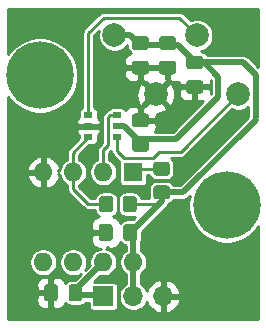
<source format=gbl>
G04 #@! TF.GenerationSoftware,KiCad,Pcbnew,(5.1.7)-1*
G04 #@! TF.CreationDate,2021-05-21T20:03:00+02:00*
G04 #@! TF.ProjectId,attinyDPS,61747469-6e79-4445-9053-2e6b69636164,rev?*
G04 #@! TF.SameCoordinates,Original*
G04 #@! TF.FileFunction,Copper,L2,Bot*
G04 #@! TF.FilePolarity,Positive*
%FSLAX46Y46*%
G04 Gerber Fmt 4.6, Leading zero omitted, Abs format (unit mm)*
G04 Created by KiCad (PCBNEW (5.1.7)-1) date 2021-05-21 20:03:00*
%MOMM*%
%LPD*%
G01*
G04 APERTURE LIST*
G04 #@! TA.AperFunction,ComponentPad*
%ADD10O,1.700000X1.700000*%
G04 #@! TD*
G04 #@! TA.AperFunction,ComponentPad*
%ADD11R,1.700000X1.700000*%
G04 #@! TD*
G04 #@! TA.AperFunction,ComponentPad*
%ADD12C,5.700000*%
G04 #@! TD*
G04 #@! TA.AperFunction,ComponentPad*
%ADD13C,2.000000*%
G04 #@! TD*
G04 #@! TA.AperFunction,ComponentPad*
%ADD14R,1.600000X1.600000*%
G04 #@! TD*
G04 #@! TA.AperFunction,ComponentPad*
%ADD15O,1.600000X1.600000*%
G04 #@! TD*
G04 #@! TA.AperFunction,SMDPad,CuDef*
%ADD16R,0.800000X0.550000*%
G04 #@! TD*
G04 #@! TA.AperFunction,Conductor*
%ADD17C,0.500000*%
G04 #@! TD*
G04 #@! TA.AperFunction,Conductor*
%ADD18C,0.250000*%
G04 #@! TD*
G04 #@! TA.AperFunction,Conductor*
%ADD19C,0.254000*%
G04 #@! TD*
G04 #@! TA.AperFunction,Conductor*
%ADD20C,0.100000*%
G04 #@! TD*
G04 APERTURE END LIST*
G04 #@! TA.AperFunction,SMDPad,CuDef*
G36*
G01*
X9300000Y10550001D02*
X9300000Y9649999D01*
G75*
G02*
X9050001Y9400000I-249999J0D01*
G01*
X8349999Y9400000D01*
G75*
G02*
X8100000Y9649999I0J249999D01*
G01*
X8100000Y10550001D01*
G75*
G02*
X8349999Y10800000I249999J0D01*
G01*
X9050001Y10800000D01*
G75*
G02*
X9300000Y10550001I0J-249999D01*
G01*
G37*
G04 #@! TD.AperFunction*
G04 #@! TA.AperFunction,SMDPad,CuDef*
G36*
G01*
X11300000Y10550001D02*
X11300000Y9649999D01*
G75*
G02*
X11050001Y9400000I-249999J0D01*
G01*
X10349999Y9400000D01*
G75*
G02*
X10100000Y9649999I0J249999D01*
G01*
X10100000Y10550001D01*
G75*
G02*
X10349999Y10800000I249999J0D01*
G01*
X11050001Y10800000D01*
G75*
G02*
X11300000Y10550001I0J-249999D01*
G01*
G37*
G04 #@! TD.AperFunction*
D10*
X13540000Y2300000D03*
X11000000Y2300000D03*
D11*
X8460000Y2300000D03*
D12*
X3100000Y21000000D03*
D13*
X9400000Y24400000D03*
X12900000Y19400000D03*
X19900000Y19400000D03*
X16400000Y24400000D03*
D12*
X18900000Y10000000D03*
D14*
X11000000Y12800000D03*
D15*
X3380000Y5180000D03*
X8460000Y12800000D03*
X5920000Y5180000D03*
X5920000Y12800000D03*
X8460000Y5180000D03*
X3380000Y12800000D03*
X11000000Y5180000D03*
D16*
X9600000Y15750000D03*
X9600000Y16700000D03*
X9600000Y17650000D03*
X7200000Y17650000D03*
X7200000Y16700000D03*
X7200000Y15750000D03*
G04 #@! TA.AperFunction,SMDPad,CuDef*
G36*
G01*
X13850001Y12500000D02*
X12949999Y12500000D01*
G75*
G02*
X12700000Y12749999I0J249999D01*
G01*
X12700000Y13450001D01*
G75*
G02*
X12949999Y13700000I249999J0D01*
G01*
X13850001Y13700000D01*
G75*
G02*
X14100000Y13450001I0J-249999D01*
G01*
X14100000Y12749999D01*
G75*
G02*
X13850001Y12500000I-249999J0D01*
G01*
G37*
G04 #@! TD.AperFunction*
G04 #@! TA.AperFunction,SMDPad,CuDef*
G36*
G01*
X13850001Y10500000D02*
X12949999Y10500000D01*
G75*
G02*
X12700000Y10749999I0J249999D01*
G01*
X12700000Y11450001D01*
G75*
G02*
X12949999Y11700000I249999J0D01*
G01*
X13850001Y11700000D01*
G75*
G02*
X14100000Y11450001I0J-249999D01*
G01*
X14100000Y10749999D01*
G75*
G02*
X13850001Y10500000I-249999J0D01*
G01*
G37*
G04 #@! TD.AperFunction*
G04 #@! TA.AperFunction,SMDPad,CuDef*
G36*
G01*
X12075000Y16612500D02*
X11125000Y16612500D01*
G75*
G02*
X10875000Y16862500I0J250000D01*
G01*
X10875000Y17537500D01*
G75*
G02*
X11125000Y17787500I250000J0D01*
G01*
X12075000Y17787500D01*
G75*
G02*
X12325000Y17537500I0J-250000D01*
G01*
X12325000Y16862500D01*
G75*
G02*
X12075000Y16612500I-250000J0D01*
G01*
G37*
G04 #@! TD.AperFunction*
G04 #@! TA.AperFunction,SMDPad,CuDef*
G36*
G01*
X12075000Y14537500D02*
X11125000Y14537500D01*
G75*
G02*
X10875000Y14787500I0J250000D01*
G01*
X10875000Y15462500D01*
G75*
G02*
X11125000Y15712500I250000J0D01*
G01*
X12075000Y15712500D01*
G75*
G02*
X12325000Y15462500I0J-250000D01*
G01*
X12325000Y14787500D01*
G75*
G02*
X12075000Y14537500I-250000J0D01*
G01*
G37*
G04 #@! TD.AperFunction*
G04 #@! TA.AperFunction,SMDPad,CuDef*
G36*
G01*
X9250000Y8175000D02*
X9250000Y7225000D01*
G75*
G02*
X9000000Y6975000I-250000J0D01*
G01*
X8325000Y6975000D01*
G75*
G02*
X8075000Y7225000I0J250000D01*
G01*
X8075000Y8175000D01*
G75*
G02*
X8325000Y8425000I250000J0D01*
G01*
X9000000Y8425000D01*
G75*
G02*
X9250000Y8175000I0J-250000D01*
G01*
G37*
G04 #@! TD.AperFunction*
G04 #@! TA.AperFunction,SMDPad,CuDef*
G36*
G01*
X11325000Y8175000D02*
X11325000Y7225000D01*
G75*
G02*
X11075000Y6975000I-250000J0D01*
G01*
X10400000Y6975000D01*
G75*
G02*
X10150000Y7225000I0J250000D01*
G01*
X10150000Y8175000D01*
G75*
G02*
X10400000Y8425000I250000J0D01*
G01*
X11075000Y8425000D01*
G75*
G02*
X11325000Y8175000I0J-250000D01*
G01*
G37*
G04 #@! TD.AperFunction*
G04 #@! TA.AperFunction,SMDPad,CuDef*
G36*
G01*
X4612500Y3075000D02*
X4612500Y2125000D01*
G75*
G02*
X4362500Y1875000I-250000J0D01*
G01*
X3687500Y1875000D01*
G75*
G02*
X3437500Y2125000I0J250000D01*
G01*
X3437500Y3075000D01*
G75*
G02*
X3687500Y3325000I250000J0D01*
G01*
X4362500Y3325000D01*
G75*
G02*
X4612500Y3075000I0J-250000D01*
G01*
G37*
G04 #@! TD.AperFunction*
G04 #@! TA.AperFunction,SMDPad,CuDef*
G36*
G01*
X6687500Y3075000D02*
X6687500Y2125000D01*
G75*
G02*
X6437500Y1875000I-250000J0D01*
G01*
X5762500Y1875000D01*
G75*
G02*
X5512500Y2125000I0J250000D01*
G01*
X5512500Y3075000D01*
G75*
G02*
X5762500Y3325000I250000J0D01*
G01*
X6437500Y3325000D01*
G75*
G02*
X6687500Y3075000I0J-250000D01*
G01*
G37*
G04 #@! TD.AperFunction*
G04 #@! TA.AperFunction,SMDPad,CuDef*
G36*
G01*
X11125000Y22250000D02*
X12075000Y22250000D01*
G75*
G02*
X12325000Y22000000I0J-250000D01*
G01*
X12325000Y21325000D01*
G75*
G02*
X12075000Y21075000I-250000J0D01*
G01*
X11125000Y21075000D01*
G75*
G02*
X10875000Y21325000I0J250000D01*
G01*
X10875000Y22000000D01*
G75*
G02*
X11125000Y22250000I250000J0D01*
G01*
G37*
G04 #@! TD.AperFunction*
G04 #@! TA.AperFunction,SMDPad,CuDef*
G36*
G01*
X11125000Y24325000D02*
X12075000Y24325000D01*
G75*
G02*
X12325000Y24075000I0J-250000D01*
G01*
X12325000Y23400000D01*
G75*
G02*
X12075000Y23150000I-250000J0D01*
G01*
X11125000Y23150000D01*
G75*
G02*
X10875000Y23400000I0J250000D01*
G01*
X10875000Y24075000D01*
G75*
G02*
X11125000Y24325000I250000J0D01*
G01*
G37*
G04 #@! TD.AperFunction*
G04 #@! TA.AperFunction,SMDPad,CuDef*
G36*
G01*
X13425000Y22250000D02*
X14375000Y22250000D01*
G75*
G02*
X14625000Y22000000I0J-250000D01*
G01*
X14625000Y21325000D01*
G75*
G02*
X14375000Y21075000I-250000J0D01*
G01*
X13425000Y21075000D01*
G75*
G02*
X13175000Y21325000I0J250000D01*
G01*
X13175000Y22000000D01*
G75*
G02*
X13425000Y22250000I250000J0D01*
G01*
G37*
G04 #@! TD.AperFunction*
G04 #@! TA.AperFunction,SMDPad,CuDef*
G36*
G01*
X13425000Y24325000D02*
X14375000Y24325000D01*
G75*
G02*
X14625000Y24075000I0J-250000D01*
G01*
X14625000Y23400000D01*
G75*
G02*
X14375000Y23150000I-250000J0D01*
G01*
X13425000Y23150000D01*
G75*
G02*
X13175000Y23400000I0J250000D01*
G01*
X13175000Y24075000D01*
G75*
G02*
X13425000Y24325000I250000J0D01*
G01*
G37*
G04 #@! TD.AperFunction*
G04 #@! TA.AperFunction,SMDPad,CuDef*
G36*
G01*
X15725000Y20612500D02*
X16675000Y20612500D01*
G75*
G02*
X16925000Y20362500I0J-250000D01*
G01*
X16925000Y19687500D01*
G75*
G02*
X16675000Y19437500I-250000J0D01*
G01*
X15725000Y19437500D01*
G75*
G02*
X15475000Y19687500I0J250000D01*
G01*
X15475000Y20362500D01*
G75*
G02*
X15725000Y20612500I250000J0D01*
G01*
G37*
G04 #@! TD.AperFunction*
G04 #@! TA.AperFunction,SMDPad,CuDef*
G36*
G01*
X15725000Y22687500D02*
X16675000Y22687500D01*
G75*
G02*
X16925000Y22437500I0J-250000D01*
G01*
X16925000Y21762500D01*
G75*
G02*
X16675000Y21512500I-250000J0D01*
G01*
X15725000Y21512500D01*
G75*
G02*
X15475000Y21762500I0J250000D01*
G01*
X15475000Y22437500D01*
G75*
G02*
X15725000Y22687500I250000J0D01*
G01*
G37*
G04 #@! TD.AperFunction*
D17*
X12900000Y19400000D02*
X11900000Y18400000D01*
X11000000Y7100000D02*
X10700000Y7400000D01*
X11000000Y5180000D02*
X11000000Y7100000D01*
X9400000Y24400000D02*
X10600000Y24400000D01*
X13400000Y10362500D02*
X10737500Y7700000D01*
X13400000Y11100000D02*
X13400000Y10362500D01*
X13900000Y23400000D02*
X14200000Y23400000D01*
X16200000Y22100000D02*
X17000000Y22100000D01*
X14600000Y15600000D02*
X11600000Y15600000D01*
X18200000Y19200000D02*
X14600000Y15600000D01*
X18200000Y20900000D02*
X18200000Y19200000D01*
X17000000Y22100000D02*
X18200000Y20900000D01*
X21350001Y21049999D02*
X21350001Y17450001D01*
X15200000Y11100000D02*
X13400000Y11100000D01*
X21350001Y17250001D02*
X15200000Y11100000D01*
X20300000Y22100000D02*
X21350001Y21049999D01*
X17000000Y22100000D02*
X20300000Y22100000D01*
X11600000Y15600000D02*
X11300000Y15600000D01*
X10200000Y16700000D02*
X9600000Y16700000D01*
X11300000Y15600000D02*
X10200000Y16700000D01*
X10737500Y24400000D02*
X11600000Y23537500D01*
X9400000Y24400000D02*
X10737500Y24400000D01*
X11600000Y23537500D02*
X13900000Y23537500D01*
X14762500Y23537500D02*
X16200000Y22100000D01*
X13900000Y23537500D02*
X14762500Y23537500D01*
X11000000Y5180000D02*
X11000000Y2400000D01*
D18*
X13137500Y10100000D02*
X13400000Y10362500D01*
X10700000Y10100000D02*
X13137500Y10100000D01*
D17*
X6300000Y2400000D02*
X6100000Y2600000D01*
X8460000Y2400000D02*
X6300000Y2400000D01*
X6100000Y2600000D02*
X6100000Y3020000D01*
X6100000Y2820000D02*
X8460000Y5180000D01*
X6100000Y2600000D02*
X6100000Y2820000D01*
D18*
X15000000Y14500000D02*
X19900000Y19400000D01*
X13186810Y14500000D02*
X15000000Y14500000D01*
X12686810Y14000000D02*
X13186810Y14500000D01*
X10200000Y14000000D02*
X12686810Y14000000D01*
X9600000Y14600000D02*
X10200000Y14000000D01*
X9600000Y15750000D02*
X9600000Y14600000D01*
X8500000Y25900000D02*
X7200000Y24600000D01*
X7200000Y24600000D02*
X7200000Y17650000D01*
X14900000Y25900000D02*
X8500000Y25900000D01*
X16400000Y24400000D02*
X14900000Y25900000D01*
X11300000Y13100000D02*
X11000000Y12800000D01*
X13400000Y13100000D02*
X11300000Y13100000D01*
X5920000Y14470000D02*
X7200000Y15750000D01*
X5920000Y14470000D02*
X5920000Y12800000D01*
X8700000Y10100000D02*
X7200000Y10100000D01*
X5920000Y11380000D02*
X5920000Y12800000D01*
X7200000Y10100000D02*
X5920000Y11380000D01*
X8874999Y17474999D02*
X9050000Y17650000D01*
X9050000Y17650000D02*
X9600000Y17650000D01*
X8874999Y15074999D02*
X8874999Y17474999D01*
X8460000Y14660000D02*
X8874999Y15074999D01*
X8460000Y14660000D02*
X8460000Y12800000D01*
D19*
X21594001Y21698368D02*
X20768105Y22524263D01*
X20748343Y22548343D01*
X20652261Y22627196D01*
X20542642Y22685789D01*
X20423698Y22721870D01*
X20330998Y22731000D01*
X20330990Y22731000D01*
X20300000Y22734052D01*
X20269010Y22731000D01*
X17232239Y22731000D01*
X17201190Y22789089D01*
X17122488Y22884988D01*
X17026589Y22963690D01*
X16917179Y23022171D01*
X16798462Y23058183D01*
X16754681Y23062495D01*
X16802823Y23072071D01*
X17054149Y23176174D01*
X17280336Y23327307D01*
X17472693Y23519664D01*
X17623826Y23745851D01*
X17727929Y23997177D01*
X17781000Y24263983D01*
X17781000Y24536017D01*
X17727929Y24802823D01*
X17623826Y25054149D01*
X17472693Y25280336D01*
X17280336Y25472693D01*
X17054149Y25623826D01*
X16802823Y25727929D01*
X16536017Y25781000D01*
X16263983Y25781000D01*
X15997177Y25727929D01*
X15849028Y25666563D01*
X15275376Y26240215D01*
X15259527Y26259527D01*
X15182479Y26322759D01*
X15094575Y26369745D01*
X14999193Y26398678D01*
X14924854Y26406000D01*
X14924846Y26406000D01*
X14900000Y26408447D01*
X14875154Y26406000D01*
X8524854Y26406000D01*
X8500000Y26408448D01*
X8475146Y26406000D01*
X8400807Y26398678D01*
X8305425Y26369745D01*
X8217521Y26322759D01*
X8140473Y26259527D01*
X8124628Y26240220D01*
X6859785Y24975376D01*
X6840473Y24959527D01*
X6777241Y24882479D01*
X6730255Y24794574D01*
X6701322Y24699192D01*
X6694000Y24624853D01*
X6694000Y24624846D01*
X6691553Y24600000D01*
X6694000Y24575154D01*
X6694001Y18290989D01*
X6653492Y18278701D01*
X6587304Y18243322D01*
X6529289Y18195711D01*
X6481678Y18137696D01*
X6446299Y18071508D01*
X6424513Y17999689D01*
X6417157Y17925000D01*
X6417157Y17482046D01*
X6352207Y17429552D01*
X6272133Y17333458D01*
X6212344Y17223589D01*
X6175138Y17104166D01*
X6165000Y16985750D01*
X6323750Y16827000D01*
X7073000Y16827000D01*
X7073000Y16847000D01*
X7327000Y16847000D01*
X7327000Y16827000D01*
X8076250Y16827000D01*
X8235000Y16985750D01*
X8224862Y17104166D01*
X8187656Y17223589D01*
X8127867Y17333458D01*
X8047793Y17429552D01*
X7982843Y17482046D01*
X7982843Y17925000D01*
X7975487Y17999689D01*
X7953701Y18071508D01*
X7918322Y18137696D01*
X7870711Y18195711D01*
X7812696Y18243322D01*
X7746508Y18278701D01*
X7706000Y18290989D01*
X7706000Y19337405D01*
X11258282Y19337405D01*
X11302039Y19018325D01*
X11407205Y18713912D01*
X11500186Y18539956D01*
X11764585Y18444193D01*
X11648917Y18328525D01*
X11727000Y18250442D01*
X11727000Y17327000D01*
X12801250Y17327000D01*
X12960000Y17485750D01*
X12962775Y17758307D01*
X13281675Y17802039D01*
X13586088Y17907205D01*
X13760044Y18000186D01*
X13855808Y18264587D01*
X12900000Y19220395D01*
X12885858Y19206253D01*
X12706253Y19385858D01*
X12720395Y19400000D01*
X13079605Y19400000D01*
X14035413Y18444192D01*
X14299814Y18539956D01*
X14440704Y18829571D01*
X14522384Y19141108D01*
X14540208Y19437500D01*
X14836928Y19437500D01*
X14849188Y19313018D01*
X14885498Y19193320D01*
X14944463Y19083006D01*
X15023815Y18986315D01*
X15120506Y18906963D01*
X15230820Y18847998D01*
X15350518Y18811688D01*
X15475000Y18799428D01*
X15914250Y18802500D01*
X16073000Y18961250D01*
X16073000Y19898000D01*
X14998750Y19898000D01*
X14840000Y19739250D01*
X14836928Y19437500D01*
X14540208Y19437500D01*
X14541718Y19462595D01*
X14497961Y19781675D01*
X14392795Y20086088D01*
X14299814Y20260044D01*
X14035413Y20355808D01*
X13079605Y19400000D01*
X12720395Y19400000D01*
X11764587Y20355808D01*
X11500186Y20260044D01*
X11359296Y19970429D01*
X11277616Y19658892D01*
X11258282Y19337405D01*
X7706000Y19337405D01*
X7706000Y21075000D01*
X10236928Y21075000D01*
X10249188Y20950518D01*
X10285498Y20830820D01*
X10344463Y20720506D01*
X10423815Y20623815D01*
X10520506Y20544463D01*
X10630820Y20485498D01*
X10750518Y20449188D01*
X10875000Y20436928D01*
X11314250Y20440000D01*
X11473000Y20598750D01*
X11473000Y21535500D01*
X11727000Y21535500D01*
X11727000Y20598750D01*
X11885750Y20440000D01*
X12040689Y20438916D01*
X12900000Y19579605D01*
X13855808Y20535413D01*
X13773000Y20764043D01*
X13773000Y21535500D01*
X11727000Y21535500D01*
X11473000Y21535500D01*
X10398750Y21535500D01*
X10240000Y21376750D01*
X10236928Y21075000D01*
X7706000Y21075000D01*
X7706000Y24390409D01*
X8060564Y24744972D01*
X8019000Y24536017D01*
X8019000Y24263983D01*
X8072071Y23997177D01*
X8176174Y23745851D01*
X8327307Y23519664D01*
X8519664Y23327307D01*
X8745851Y23176174D01*
X8997177Y23072071D01*
X9263983Y23019000D01*
X9536017Y23019000D01*
X9802823Y23072071D01*
X10054149Y23176174D01*
X10280336Y23327307D01*
X10472693Y23519664D01*
X10492157Y23548794D01*
X10492157Y23400000D01*
X10504317Y23276538D01*
X10540329Y23157821D01*
X10598810Y23048411D01*
X10677512Y22952512D01*
X10768780Y22877611D01*
X10750518Y22875812D01*
X10630820Y22839502D01*
X10520506Y22780537D01*
X10423815Y22701185D01*
X10344463Y22604494D01*
X10285498Y22494180D01*
X10249188Y22374482D01*
X10236928Y22250000D01*
X10240000Y21948250D01*
X10398750Y21789500D01*
X11473000Y21789500D01*
X11473000Y21809500D01*
X11727000Y21809500D01*
X11727000Y21789500D01*
X13773000Y21789500D01*
X13773000Y21809500D01*
X14027000Y21809500D01*
X14027000Y21789500D01*
X14047000Y21789500D01*
X14047000Y21535500D01*
X14027000Y21535500D01*
X14027000Y20598750D01*
X14185750Y20440000D01*
X14625000Y20436928D01*
X14749482Y20449188D01*
X14838316Y20476136D01*
X14840000Y20310750D01*
X14998750Y20152000D01*
X16073000Y20152000D01*
X16073000Y20172000D01*
X16327000Y20172000D01*
X16327000Y20152000D01*
X17401250Y20152000D01*
X17560000Y20310750D01*
X17563072Y20612500D01*
X17559570Y20648062D01*
X17569000Y20638631D01*
X17569001Y19461370D01*
X17562891Y19455260D01*
X17560000Y19739250D01*
X17401250Y19898000D01*
X16327000Y19898000D01*
X16327000Y18961250D01*
X16485750Y18802500D01*
X16907184Y18799553D01*
X14338632Y16231000D01*
X12833374Y16231000D01*
X12855537Y16258006D01*
X12914502Y16368320D01*
X12950812Y16488018D01*
X12963072Y16612500D01*
X12960000Y16914250D01*
X12801250Y17073000D01*
X11727000Y17073000D01*
X11727000Y17053000D01*
X11473000Y17053000D01*
X11473000Y17073000D01*
X11453000Y17073000D01*
X11453000Y17327000D01*
X11473000Y17327000D01*
X11473000Y18263750D01*
X11314250Y18422500D01*
X10875000Y18425572D01*
X10750518Y18413312D01*
X10630820Y18377002D01*
X10520506Y18318037D01*
X10423815Y18238685D01*
X10344463Y18141994D01*
X10330244Y18115392D01*
X10318322Y18137696D01*
X10270711Y18195711D01*
X10212696Y18243322D01*
X10146508Y18278701D01*
X10074689Y18300487D01*
X10000000Y18307843D01*
X9200000Y18307843D01*
X9125311Y18300487D01*
X9053492Y18278701D01*
X8987304Y18243322D01*
X8929289Y18195711D01*
X8881678Y18137696D01*
X8875306Y18125776D01*
X8855425Y18119745D01*
X8767521Y18072759D01*
X8690473Y18009527D01*
X8674624Y17990215D01*
X8534780Y17850371D01*
X8515473Y17834526D01*
X8452241Y17757478D01*
X8447813Y17749193D01*
X8405254Y17669573D01*
X8376321Y17574191D01*
X8366552Y17474999D01*
X8369000Y17450143D01*
X8368999Y15284591D01*
X8119785Y15035376D01*
X8100473Y15019527D01*
X8037241Y14942479D01*
X7990255Y14854574D01*
X7961322Y14759192D01*
X7954000Y14684853D01*
X7954000Y14684846D01*
X7951553Y14660000D01*
X7954000Y14635154D01*
X7954000Y13868713D01*
X7900587Y13846588D01*
X7707157Y13717342D01*
X7542658Y13552843D01*
X7413412Y13359413D01*
X7324386Y13144485D01*
X7279000Y12916318D01*
X7279000Y12683682D01*
X7324386Y12455515D01*
X7413412Y12240587D01*
X7542658Y12047157D01*
X7707157Y11882658D01*
X7900587Y11753412D01*
X8115515Y11664386D01*
X8343682Y11619000D01*
X8576318Y11619000D01*
X8804485Y11664386D01*
X9019413Y11753412D01*
X9212843Y11882658D01*
X9377342Y12047157D01*
X9506588Y12240587D01*
X9595614Y12455515D01*
X9641000Y12683682D01*
X9641000Y12916318D01*
X9595614Y13144485D01*
X9506588Y13359413D01*
X9377342Y13552843D01*
X9212843Y13717342D01*
X9019413Y13846588D01*
X8966000Y13868712D01*
X8966000Y14450409D01*
X9093708Y14578117D01*
X9101322Y14500808D01*
X9130255Y14405426D01*
X9148759Y14370808D01*
X9177242Y14317521D01*
X9240474Y14240473D01*
X9259780Y14224629D01*
X9823187Y13661221D01*
X9817157Y13600000D01*
X9817157Y12000000D01*
X9824513Y11925311D01*
X9846299Y11853492D01*
X9881678Y11787304D01*
X9929289Y11729289D01*
X9987304Y11681678D01*
X10053492Y11646299D01*
X10125311Y11624513D01*
X10200000Y11617157D01*
X11800000Y11617157D01*
X11874689Y11624513D01*
X11946508Y11646299D01*
X12012696Y11681678D01*
X12070711Y11729289D01*
X12118322Y11787304D01*
X12153701Y11853492D01*
X12175487Y11925311D01*
X12182843Y12000000D01*
X12182843Y12594000D01*
X12339187Y12594000D01*
X12365329Y12507821D01*
X12423810Y12398411D01*
X12502512Y12302512D01*
X12598411Y12223810D01*
X12707821Y12165329D01*
X12826538Y12129317D01*
X12949999Y12117157D01*
X13850001Y12117157D01*
X13973462Y12129317D01*
X14092179Y12165329D01*
X14201589Y12223810D01*
X14297488Y12302512D01*
X14376190Y12398411D01*
X14434671Y12507821D01*
X14470683Y12626538D01*
X14482843Y12749999D01*
X14482843Y13450001D01*
X14470683Y13573462D01*
X14434671Y13692179D01*
X14376190Y13801589D01*
X14297488Y13897488D01*
X14201589Y13976190D01*
X14168269Y13994000D01*
X14975154Y13994000D01*
X15000000Y13991553D01*
X15024846Y13994000D01*
X15024854Y13994000D01*
X15099193Y14001322D01*
X15194575Y14030255D01*
X15282479Y14077241D01*
X15359527Y14140473D01*
X15375376Y14159785D01*
X19349028Y18133436D01*
X19497177Y18072071D01*
X19763983Y18019000D01*
X20036017Y18019000D01*
X20302823Y18072071D01*
X20554149Y18176174D01*
X20719002Y18286325D01*
X20719002Y17511371D01*
X14938632Y11731000D01*
X14413921Y11731000D01*
X14376190Y11801589D01*
X14297488Y11897488D01*
X14201589Y11976190D01*
X14092179Y12034671D01*
X13973462Y12070683D01*
X13850001Y12082843D01*
X12949999Y12082843D01*
X12826538Y12070683D01*
X12707821Y12034671D01*
X12598411Y11976190D01*
X12502512Y11897488D01*
X12423810Y11801589D01*
X12365329Y11692179D01*
X12329317Y11573462D01*
X12317157Y11450001D01*
X12317157Y10749999D01*
X12329317Y10626538D01*
X12335547Y10606000D01*
X11677328Y10606000D01*
X11670683Y10673462D01*
X11634671Y10792179D01*
X11576190Y10901589D01*
X11497488Y10997488D01*
X11401589Y11076190D01*
X11292179Y11134671D01*
X11173462Y11170683D01*
X11050001Y11182843D01*
X10349999Y11182843D01*
X10226538Y11170683D01*
X10107821Y11134671D01*
X9998411Y11076190D01*
X9902512Y10997488D01*
X9823810Y10901589D01*
X9765329Y10792179D01*
X9729317Y10673462D01*
X9717157Y10550001D01*
X9717157Y9649999D01*
X9729317Y9526538D01*
X9765329Y9407821D01*
X9823810Y9298411D01*
X9902512Y9202512D01*
X9998411Y9123810D01*
X10107821Y9065329D01*
X10226538Y9029317D01*
X10349999Y9017157D01*
X11050001Y9017157D01*
X11173462Y9029317D01*
X11174878Y9029747D01*
X10952975Y8807843D01*
X10400000Y8807843D01*
X10276538Y8795683D01*
X10157821Y8759671D01*
X10048411Y8701190D01*
X9952512Y8622488D01*
X9877611Y8531220D01*
X9875812Y8549482D01*
X9839502Y8669180D01*
X9780537Y8779494D01*
X9701185Y8876185D01*
X9604494Y8955537D01*
X9494180Y9014502D01*
X9374482Y9050812D01*
X9276224Y9060489D01*
X9292179Y9065329D01*
X9401589Y9123810D01*
X9497488Y9202512D01*
X9576190Y9298411D01*
X9634671Y9407821D01*
X9670683Y9526538D01*
X9682843Y9649999D01*
X9682843Y10550001D01*
X9670683Y10673462D01*
X9634671Y10792179D01*
X9576190Y10901589D01*
X9497488Y10997488D01*
X9401589Y11076190D01*
X9292179Y11134671D01*
X9173462Y11170683D01*
X9050001Y11182843D01*
X8349999Y11182843D01*
X8226538Y11170683D01*
X8107821Y11134671D01*
X7998411Y11076190D01*
X7902512Y10997488D01*
X7823810Y10901589D01*
X7765329Y10792179D01*
X7729317Y10673462D01*
X7722672Y10606000D01*
X7409592Y10606000D01*
X6426000Y11589591D01*
X6426000Y11731288D01*
X6479413Y11753412D01*
X6672843Y11882658D01*
X6837342Y12047157D01*
X6966588Y12240587D01*
X7055614Y12455515D01*
X7101000Y12683682D01*
X7101000Y12916318D01*
X7055614Y13144485D01*
X6966588Y13359413D01*
X6837342Y13552843D01*
X6672843Y13717342D01*
X6479413Y13846588D01*
X6426000Y13868712D01*
X6426000Y14260409D01*
X7257749Y15092157D01*
X7600000Y15092157D01*
X7674689Y15099513D01*
X7746508Y15121299D01*
X7812696Y15156678D01*
X7870711Y15204289D01*
X7918322Y15262304D01*
X7953701Y15328492D01*
X7975487Y15400311D01*
X7982843Y15475000D01*
X7982843Y15917954D01*
X8047793Y15970448D01*
X8127867Y16066542D01*
X8187656Y16176411D01*
X8224862Y16295834D01*
X8235000Y16414250D01*
X8076250Y16573000D01*
X7327000Y16573000D01*
X7327000Y16553000D01*
X7073000Y16553000D01*
X7073000Y16573000D01*
X6323750Y16573000D01*
X6165000Y16414250D01*
X6175138Y16295834D01*
X6212344Y16176411D01*
X6272133Y16066542D01*
X6352207Y15970448D01*
X6417157Y15917954D01*
X6417157Y15682749D01*
X5579785Y14845376D01*
X5560473Y14829527D01*
X5497241Y14752479D01*
X5450255Y14664574D01*
X5421322Y14569192D01*
X5414000Y14494853D01*
X5414000Y14494846D01*
X5411553Y14470000D01*
X5414000Y14445153D01*
X5414000Y13868713D01*
X5360587Y13846588D01*
X5167157Y13717342D01*
X5002658Y13552843D01*
X4873412Y13359413D01*
X4784386Y13144485D01*
X4741125Y12927002D01*
X4650625Y12927002D01*
X4771909Y13149040D01*
X4677070Y13413881D01*
X4532385Y13655131D01*
X4343414Y13863519D01*
X4117420Y14031037D01*
X3863087Y14151246D01*
X3729039Y14191904D01*
X3507000Y14069915D01*
X3507000Y12927000D01*
X3527000Y12927000D01*
X3527000Y12673000D01*
X3507000Y12673000D01*
X3507000Y11530085D01*
X3729039Y11408096D01*
X3863087Y11448754D01*
X4117420Y11568963D01*
X4343414Y11736481D01*
X4532385Y11944869D01*
X4677070Y12186119D01*
X4771909Y12450960D01*
X4650625Y12672998D01*
X4741125Y12672998D01*
X4784386Y12455515D01*
X4873412Y12240587D01*
X5002658Y12047157D01*
X5167157Y11882658D01*
X5360587Y11753412D01*
X5414000Y11731288D01*
X5414000Y11404847D01*
X5411553Y11380000D01*
X5414000Y11355154D01*
X5414000Y11355147D01*
X5421322Y11280808D01*
X5450255Y11185426D01*
X5497241Y11097521D01*
X5560473Y11020473D01*
X5579785Y11004624D01*
X6824628Y9759780D01*
X6840473Y9740473D01*
X6917521Y9677241D01*
X7005425Y9630255D01*
X7078607Y9608056D01*
X7100806Y9601322D01*
X7110694Y9600348D01*
X7175146Y9594000D01*
X7175153Y9594000D01*
X7199999Y9591553D01*
X7224845Y9594000D01*
X7722672Y9594000D01*
X7729317Y9526538D01*
X7765329Y9407821D01*
X7823810Y9298411D01*
X7902512Y9202512D01*
X7998411Y9123810D01*
X8107821Y9065329D01*
X8116660Y9062648D01*
X8075000Y9063072D01*
X7950518Y9050812D01*
X7830820Y9014502D01*
X7720506Y8955537D01*
X7623815Y8876185D01*
X7544463Y8779494D01*
X7485498Y8669180D01*
X7449188Y8549482D01*
X7436928Y8425000D01*
X7440000Y7985750D01*
X7598750Y7827000D01*
X8535500Y7827000D01*
X8535500Y7847000D01*
X8789500Y7847000D01*
X8789500Y7827000D01*
X8809500Y7827000D01*
X8809500Y7573000D01*
X8789500Y7573000D01*
X8789500Y7553000D01*
X8535500Y7553000D01*
X8535500Y7573000D01*
X7598750Y7573000D01*
X7440000Y7414250D01*
X7436928Y6975000D01*
X7449188Y6850518D01*
X7485498Y6730820D01*
X7544463Y6620506D01*
X7623815Y6523815D01*
X7720506Y6444463D01*
X7830820Y6385498D01*
X7950518Y6349188D01*
X8075000Y6336928D01*
X8230631Y6338512D01*
X8115515Y6315614D01*
X7900587Y6226588D01*
X7707157Y6097342D01*
X7542658Y5932843D01*
X7413412Y5739413D01*
X7324386Y5524485D01*
X7279000Y5296318D01*
X7279000Y5063682D01*
X7307589Y4919958D01*
X6882758Y4495126D01*
X6966588Y4620587D01*
X7055614Y4835515D01*
X7101000Y5063682D01*
X7101000Y5296318D01*
X7055614Y5524485D01*
X6966588Y5739413D01*
X6837342Y5932843D01*
X6672843Y6097342D01*
X6479413Y6226588D01*
X6264485Y6315614D01*
X6036318Y6361000D01*
X5803682Y6361000D01*
X5575515Y6315614D01*
X5360587Y6226588D01*
X5167157Y6097342D01*
X5002658Y5932843D01*
X4873412Y5739413D01*
X4784386Y5524485D01*
X4739000Y5296318D01*
X4739000Y5063682D01*
X4784386Y4835515D01*
X4873412Y4620587D01*
X5002658Y4427157D01*
X5167157Y4262658D01*
X5360587Y4133412D01*
X5575515Y4044386D01*
X5803682Y3999000D01*
X6036318Y3999000D01*
X6264485Y4044386D01*
X6479413Y4133412D01*
X6604874Y4217243D01*
X6095475Y3707843D01*
X5762500Y3707843D01*
X5639038Y3695683D01*
X5520321Y3659671D01*
X5410911Y3601190D01*
X5315012Y3522488D01*
X5240111Y3431220D01*
X5238312Y3449482D01*
X5202002Y3569180D01*
X5143037Y3679494D01*
X5063685Y3776185D01*
X4966994Y3855537D01*
X4856680Y3914502D01*
X4736982Y3950812D01*
X4612500Y3963072D01*
X4310750Y3960000D01*
X4152000Y3801250D01*
X4152000Y2727000D01*
X4172000Y2727000D01*
X4172000Y2473000D01*
X4152000Y2473000D01*
X4152000Y1398750D01*
X4310750Y1240000D01*
X4612500Y1236928D01*
X4736982Y1249188D01*
X4856680Y1285498D01*
X4966994Y1344463D01*
X5063685Y1423815D01*
X5143037Y1520506D01*
X5202002Y1630820D01*
X5238312Y1750518D01*
X5240111Y1768780D01*
X5315012Y1677512D01*
X5410911Y1598810D01*
X5520321Y1540329D01*
X5639038Y1504317D01*
X5762500Y1492157D01*
X6437500Y1492157D01*
X6560962Y1504317D01*
X6679679Y1540329D01*
X6789089Y1598810D01*
X6884988Y1677512D01*
X6960070Y1769000D01*
X7227157Y1769000D01*
X7227157Y1450000D01*
X7234513Y1375311D01*
X7256299Y1303492D01*
X7291678Y1237304D01*
X7339289Y1179289D01*
X7397304Y1131678D01*
X7463492Y1096299D01*
X7535311Y1074513D01*
X7610000Y1067157D01*
X9310000Y1067157D01*
X9384689Y1074513D01*
X9456508Y1096299D01*
X9522696Y1131678D01*
X9580711Y1179289D01*
X9628322Y1237304D01*
X9663701Y1303492D01*
X9685487Y1375311D01*
X9692843Y1450000D01*
X9692843Y3150000D01*
X9685487Y3224689D01*
X9663701Y3296508D01*
X9628322Y3362696D01*
X9580711Y3420711D01*
X9522696Y3468322D01*
X9456508Y3503701D01*
X9384689Y3525487D01*
X9310000Y3532843D01*
X7705211Y3532843D01*
X8199958Y4027589D01*
X8343682Y3999000D01*
X8576318Y3999000D01*
X8804485Y4044386D01*
X9019413Y4133412D01*
X9212843Y4262658D01*
X9377342Y4427157D01*
X9506588Y4620587D01*
X9595614Y4835515D01*
X9641000Y5063682D01*
X9641000Y5296318D01*
X9595614Y5524485D01*
X9506588Y5739413D01*
X9377342Y5932843D01*
X9212843Y6097342D01*
X9019413Y6226588D01*
X8804485Y6315614D01*
X8681890Y6340000D01*
X8789502Y6340000D01*
X8789502Y6498748D01*
X8948250Y6340000D01*
X9250000Y6336928D01*
X9374482Y6349188D01*
X9494180Y6385498D01*
X9604494Y6444463D01*
X9701185Y6523815D01*
X9780537Y6620506D01*
X9839502Y6730820D01*
X9875812Y6850518D01*
X9877611Y6868780D01*
X9952512Y6777512D01*
X10048411Y6698810D01*
X10157821Y6640329D01*
X10276538Y6604317D01*
X10369001Y6595210D01*
X10369001Y6178755D01*
X10247157Y6097342D01*
X10082658Y5932843D01*
X9953412Y5739413D01*
X9864386Y5524485D01*
X9819000Y5296318D01*
X9819000Y5063682D01*
X9864386Y4835515D01*
X9953412Y4620587D01*
X10082658Y4427157D01*
X10247157Y4262658D01*
X10369000Y4181245D01*
X10369001Y3358891D01*
X10215283Y3256180D01*
X10043820Y3084717D01*
X9909102Y2883097D01*
X9816307Y2659069D01*
X9769000Y2421243D01*
X9769000Y2178757D01*
X9816307Y1940931D01*
X9909102Y1716903D01*
X10043820Y1515283D01*
X10215283Y1343820D01*
X10416903Y1209102D01*
X10640931Y1116307D01*
X10878757Y1069000D01*
X11121243Y1069000D01*
X11359069Y1116307D01*
X11583097Y1209102D01*
X11784717Y1343820D01*
X11956180Y1515283D01*
X12090898Y1716903D01*
X12138228Y1831168D01*
X12195843Y1668748D01*
X12344822Y1418645D01*
X12539731Y1202412D01*
X12773080Y1028359D01*
X13035901Y903175D01*
X13183110Y858524D01*
X13413000Y979845D01*
X13413000Y2173000D01*
X13667000Y2173000D01*
X13667000Y979845D01*
X13896890Y858524D01*
X14044099Y903175D01*
X14306920Y1028359D01*
X14540269Y1202412D01*
X14735178Y1418645D01*
X14884157Y1668748D01*
X14981481Y1943109D01*
X14860814Y2173000D01*
X13667000Y2173000D01*
X13413000Y2173000D01*
X13393000Y2173000D01*
X13393000Y2427000D01*
X13413000Y2427000D01*
X13413000Y3620155D01*
X13667000Y3620155D01*
X13667000Y2427000D01*
X14860814Y2427000D01*
X14981481Y2656891D01*
X14884157Y2931252D01*
X14735178Y3181355D01*
X14540269Y3397588D01*
X14306920Y3571641D01*
X14044099Y3696825D01*
X13896890Y3741476D01*
X13667000Y3620155D01*
X13413000Y3620155D01*
X13183110Y3741476D01*
X13035901Y3696825D01*
X12773080Y3571641D01*
X12539731Y3397588D01*
X12344822Y3181355D01*
X12195843Y2931252D01*
X12138228Y2768832D01*
X12090898Y2883097D01*
X11956180Y3084717D01*
X11784717Y3256180D01*
X11631000Y3358890D01*
X11631000Y4181245D01*
X11752843Y4262658D01*
X11917342Y4427157D01*
X12046588Y4620587D01*
X12135614Y4835515D01*
X12181000Y5063682D01*
X12181000Y5296318D01*
X12135614Y5524485D01*
X12046588Y5739413D01*
X11917342Y5932843D01*
X11752843Y6097342D01*
X11631000Y6178755D01*
X11631000Y6929181D01*
X11659671Y6982821D01*
X11695683Y7101538D01*
X11707843Y7225000D01*
X11707843Y7777975D01*
X13824268Y9894399D01*
X13848343Y9914157D01*
X13927196Y10010239D01*
X13985789Y10119858D01*
X13990198Y10134394D01*
X14092179Y10165329D01*
X14201589Y10223810D01*
X14297488Y10302512D01*
X14376190Y10398411D01*
X14413921Y10469000D01*
X15169010Y10469000D01*
X15200000Y10465948D01*
X15230990Y10469000D01*
X15230998Y10469000D01*
X15323698Y10478130D01*
X15442642Y10514211D01*
X15552261Y10572804D01*
X15648343Y10651657D01*
X15668105Y10675737D01*
X15757994Y10765626D01*
X15669000Y10318226D01*
X15669000Y9681774D01*
X15793166Y9057552D01*
X16036725Y8469548D01*
X16390319Y7940358D01*
X16840358Y7490319D01*
X17369548Y7136725D01*
X17957552Y6893166D01*
X18581774Y6769000D01*
X19218226Y6769000D01*
X19842448Y6893166D01*
X20430452Y7136725D01*
X20959642Y7490319D01*
X21409681Y7940358D01*
X21594000Y8216211D01*
X21594000Y406000D01*
X406000Y406000D01*
X406000Y1875000D01*
X2799428Y1875000D01*
X2811688Y1750518D01*
X2847998Y1630820D01*
X2906963Y1520506D01*
X2986315Y1423815D01*
X3083006Y1344463D01*
X3193320Y1285498D01*
X3313018Y1249188D01*
X3437500Y1236928D01*
X3739250Y1240000D01*
X3898000Y1398750D01*
X3898000Y2473000D01*
X2961250Y2473000D01*
X2802500Y2314250D01*
X2799428Y1875000D01*
X406000Y1875000D01*
X406000Y3325000D01*
X2799428Y3325000D01*
X2802500Y2885750D01*
X2961250Y2727000D01*
X3898000Y2727000D01*
X3898000Y3801250D01*
X3739250Y3960000D01*
X3437500Y3963072D01*
X3313018Y3950812D01*
X3193320Y3914502D01*
X3083006Y3855537D01*
X2986315Y3776185D01*
X2906963Y3679494D01*
X2847998Y3569180D01*
X2811688Y3449482D01*
X2799428Y3325000D01*
X406000Y3325000D01*
X406000Y5296318D01*
X2199000Y5296318D01*
X2199000Y5063682D01*
X2244386Y4835515D01*
X2333412Y4620587D01*
X2462658Y4427157D01*
X2627157Y4262658D01*
X2820587Y4133412D01*
X3035515Y4044386D01*
X3263682Y3999000D01*
X3496318Y3999000D01*
X3724485Y4044386D01*
X3939413Y4133412D01*
X4132843Y4262658D01*
X4297342Y4427157D01*
X4426588Y4620587D01*
X4515614Y4835515D01*
X4561000Y5063682D01*
X4561000Y5296318D01*
X4515614Y5524485D01*
X4426588Y5739413D01*
X4297342Y5932843D01*
X4132843Y6097342D01*
X3939413Y6226588D01*
X3724485Y6315614D01*
X3496318Y6361000D01*
X3263682Y6361000D01*
X3035515Y6315614D01*
X2820587Y6226588D01*
X2627157Y6097342D01*
X2462658Y5932843D01*
X2333412Y5739413D01*
X2244386Y5524485D01*
X2199000Y5296318D01*
X406000Y5296318D01*
X406000Y12450960D01*
X1988091Y12450960D01*
X2082930Y12186119D01*
X2227615Y11944869D01*
X2416586Y11736481D01*
X2642580Y11568963D01*
X2896913Y11448754D01*
X3030961Y11408096D01*
X3253000Y11530085D01*
X3253000Y12673000D01*
X2109376Y12673000D01*
X1988091Y12450960D01*
X406000Y12450960D01*
X406000Y13149040D01*
X1988091Y13149040D01*
X2109376Y12927000D01*
X3253000Y12927000D01*
X3253000Y14069915D01*
X3030961Y14191904D01*
X2896913Y14151246D01*
X2642580Y14031037D01*
X2416586Y13863519D01*
X2227615Y13655131D01*
X2082930Y13413881D01*
X1988091Y13149040D01*
X406000Y13149040D01*
X406000Y19216210D01*
X590319Y18940358D01*
X1040358Y18490319D01*
X1569548Y18136725D01*
X2157552Y17893166D01*
X2781774Y17769000D01*
X3418226Y17769000D01*
X4042448Y17893166D01*
X4630452Y18136725D01*
X5159642Y18490319D01*
X5609681Y18940358D01*
X5963275Y19469548D01*
X6206834Y20057552D01*
X6331000Y20681774D01*
X6331000Y21318226D01*
X6206834Y21942448D01*
X5963275Y22530452D01*
X5609681Y23059642D01*
X5159642Y23509681D01*
X4630452Y23863275D01*
X4042448Y24106834D01*
X3418226Y24231000D01*
X2781774Y24231000D01*
X2157552Y24106834D01*
X1569548Y23863275D01*
X1040358Y23509681D01*
X590319Y23059642D01*
X406000Y22783790D01*
X406000Y26594000D01*
X21594001Y26594000D01*
X21594001Y21698368D01*
G04 #@! TA.AperFunction,Conductor*
D20*
G36*
X21594001Y21698368D02*
G01*
X20768105Y22524263D01*
X20748343Y22548343D01*
X20652261Y22627196D01*
X20542642Y22685789D01*
X20423698Y22721870D01*
X20330998Y22731000D01*
X20330990Y22731000D01*
X20300000Y22734052D01*
X20269010Y22731000D01*
X17232239Y22731000D01*
X17201190Y22789089D01*
X17122488Y22884988D01*
X17026589Y22963690D01*
X16917179Y23022171D01*
X16798462Y23058183D01*
X16754681Y23062495D01*
X16802823Y23072071D01*
X17054149Y23176174D01*
X17280336Y23327307D01*
X17472693Y23519664D01*
X17623826Y23745851D01*
X17727929Y23997177D01*
X17781000Y24263983D01*
X17781000Y24536017D01*
X17727929Y24802823D01*
X17623826Y25054149D01*
X17472693Y25280336D01*
X17280336Y25472693D01*
X17054149Y25623826D01*
X16802823Y25727929D01*
X16536017Y25781000D01*
X16263983Y25781000D01*
X15997177Y25727929D01*
X15849028Y25666563D01*
X15275376Y26240215D01*
X15259527Y26259527D01*
X15182479Y26322759D01*
X15094575Y26369745D01*
X14999193Y26398678D01*
X14924854Y26406000D01*
X14924846Y26406000D01*
X14900000Y26408447D01*
X14875154Y26406000D01*
X8524854Y26406000D01*
X8500000Y26408448D01*
X8475146Y26406000D01*
X8400807Y26398678D01*
X8305425Y26369745D01*
X8217521Y26322759D01*
X8140473Y26259527D01*
X8124628Y26240220D01*
X6859785Y24975376D01*
X6840473Y24959527D01*
X6777241Y24882479D01*
X6730255Y24794574D01*
X6701322Y24699192D01*
X6694000Y24624853D01*
X6694000Y24624846D01*
X6691553Y24600000D01*
X6694000Y24575154D01*
X6694001Y18290989D01*
X6653492Y18278701D01*
X6587304Y18243322D01*
X6529289Y18195711D01*
X6481678Y18137696D01*
X6446299Y18071508D01*
X6424513Y17999689D01*
X6417157Y17925000D01*
X6417157Y17482046D01*
X6352207Y17429552D01*
X6272133Y17333458D01*
X6212344Y17223589D01*
X6175138Y17104166D01*
X6165000Y16985750D01*
X6323750Y16827000D01*
X7073000Y16827000D01*
X7073000Y16847000D01*
X7327000Y16847000D01*
X7327000Y16827000D01*
X8076250Y16827000D01*
X8235000Y16985750D01*
X8224862Y17104166D01*
X8187656Y17223589D01*
X8127867Y17333458D01*
X8047793Y17429552D01*
X7982843Y17482046D01*
X7982843Y17925000D01*
X7975487Y17999689D01*
X7953701Y18071508D01*
X7918322Y18137696D01*
X7870711Y18195711D01*
X7812696Y18243322D01*
X7746508Y18278701D01*
X7706000Y18290989D01*
X7706000Y19337405D01*
X11258282Y19337405D01*
X11302039Y19018325D01*
X11407205Y18713912D01*
X11500186Y18539956D01*
X11764585Y18444193D01*
X11648917Y18328525D01*
X11727000Y18250442D01*
X11727000Y17327000D01*
X12801250Y17327000D01*
X12960000Y17485750D01*
X12962775Y17758307D01*
X13281675Y17802039D01*
X13586088Y17907205D01*
X13760044Y18000186D01*
X13855808Y18264587D01*
X12900000Y19220395D01*
X12885858Y19206253D01*
X12706253Y19385858D01*
X12720395Y19400000D01*
X13079605Y19400000D01*
X14035413Y18444192D01*
X14299814Y18539956D01*
X14440704Y18829571D01*
X14522384Y19141108D01*
X14540208Y19437500D01*
X14836928Y19437500D01*
X14849188Y19313018D01*
X14885498Y19193320D01*
X14944463Y19083006D01*
X15023815Y18986315D01*
X15120506Y18906963D01*
X15230820Y18847998D01*
X15350518Y18811688D01*
X15475000Y18799428D01*
X15914250Y18802500D01*
X16073000Y18961250D01*
X16073000Y19898000D01*
X14998750Y19898000D01*
X14840000Y19739250D01*
X14836928Y19437500D01*
X14540208Y19437500D01*
X14541718Y19462595D01*
X14497961Y19781675D01*
X14392795Y20086088D01*
X14299814Y20260044D01*
X14035413Y20355808D01*
X13079605Y19400000D01*
X12720395Y19400000D01*
X11764587Y20355808D01*
X11500186Y20260044D01*
X11359296Y19970429D01*
X11277616Y19658892D01*
X11258282Y19337405D01*
X7706000Y19337405D01*
X7706000Y21075000D01*
X10236928Y21075000D01*
X10249188Y20950518D01*
X10285498Y20830820D01*
X10344463Y20720506D01*
X10423815Y20623815D01*
X10520506Y20544463D01*
X10630820Y20485498D01*
X10750518Y20449188D01*
X10875000Y20436928D01*
X11314250Y20440000D01*
X11473000Y20598750D01*
X11473000Y21535500D01*
X11727000Y21535500D01*
X11727000Y20598750D01*
X11885750Y20440000D01*
X12040689Y20438916D01*
X12900000Y19579605D01*
X13855808Y20535413D01*
X13773000Y20764043D01*
X13773000Y21535500D01*
X11727000Y21535500D01*
X11473000Y21535500D01*
X10398750Y21535500D01*
X10240000Y21376750D01*
X10236928Y21075000D01*
X7706000Y21075000D01*
X7706000Y24390409D01*
X8060564Y24744972D01*
X8019000Y24536017D01*
X8019000Y24263983D01*
X8072071Y23997177D01*
X8176174Y23745851D01*
X8327307Y23519664D01*
X8519664Y23327307D01*
X8745851Y23176174D01*
X8997177Y23072071D01*
X9263983Y23019000D01*
X9536017Y23019000D01*
X9802823Y23072071D01*
X10054149Y23176174D01*
X10280336Y23327307D01*
X10472693Y23519664D01*
X10492157Y23548794D01*
X10492157Y23400000D01*
X10504317Y23276538D01*
X10540329Y23157821D01*
X10598810Y23048411D01*
X10677512Y22952512D01*
X10768780Y22877611D01*
X10750518Y22875812D01*
X10630820Y22839502D01*
X10520506Y22780537D01*
X10423815Y22701185D01*
X10344463Y22604494D01*
X10285498Y22494180D01*
X10249188Y22374482D01*
X10236928Y22250000D01*
X10240000Y21948250D01*
X10398750Y21789500D01*
X11473000Y21789500D01*
X11473000Y21809500D01*
X11727000Y21809500D01*
X11727000Y21789500D01*
X13773000Y21789500D01*
X13773000Y21809500D01*
X14027000Y21809500D01*
X14027000Y21789500D01*
X14047000Y21789500D01*
X14047000Y21535500D01*
X14027000Y21535500D01*
X14027000Y20598750D01*
X14185750Y20440000D01*
X14625000Y20436928D01*
X14749482Y20449188D01*
X14838316Y20476136D01*
X14840000Y20310750D01*
X14998750Y20152000D01*
X16073000Y20152000D01*
X16073000Y20172000D01*
X16327000Y20172000D01*
X16327000Y20152000D01*
X17401250Y20152000D01*
X17560000Y20310750D01*
X17563072Y20612500D01*
X17559570Y20648062D01*
X17569000Y20638631D01*
X17569001Y19461370D01*
X17562891Y19455260D01*
X17560000Y19739250D01*
X17401250Y19898000D01*
X16327000Y19898000D01*
X16327000Y18961250D01*
X16485750Y18802500D01*
X16907184Y18799553D01*
X14338632Y16231000D01*
X12833374Y16231000D01*
X12855537Y16258006D01*
X12914502Y16368320D01*
X12950812Y16488018D01*
X12963072Y16612500D01*
X12960000Y16914250D01*
X12801250Y17073000D01*
X11727000Y17073000D01*
X11727000Y17053000D01*
X11473000Y17053000D01*
X11473000Y17073000D01*
X11453000Y17073000D01*
X11453000Y17327000D01*
X11473000Y17327000D01*
X11473000Y18263750D01*
X11314250Y18422500D01*
X10875000Y18425572D01*
X10750518Y18413312D01*
X10630820Y18377002D01*
X10520506Y18318037D01*
X10423815Y18238685D01*
X10344463Y18141994D01*
X10330244Y18115392D01*
X10318322Y18137696D01*
X10270711Y18195711D01*
X10212696Y18243322D01*
X10146508Y18278701D01*
X10074689Y18300487D01*
X10000000Y18307843D01*
X9200000Y18307843D01*
X9125311Y18300487D01*
X9053492Y18278701D01*
X8987304Y18243322D01*
X8929289Y18195711D01*
X8881678Y18137696D01*
X8875306Y18125776D01*
X8855425Y18119745D01*
X8767521Y18072759D01*
X8690473Y18009527D01*
X8674624Y17990215D01*
X8534780Y17850371D01*
X8515473Y17834526D01*
X8452241Y17757478D01*
X8447813Y17749193D01*
X8405254Y17669573D01*
X8376321Y17574191D01*
X8366552Y17474999D01*
X8369000Y17450143D01*
X8368999Y15284591D01*
X8119785Y15035376D01*
X8100473Y15019527D01*
X8037241Y14942479D01*
X7990255Y14854574D01*
X7961322Y14759192D01*
X7954000Y14684853D01*
X7954000Y14684846D01*
X7951553Y14660000D01*
X7954000Y14635154D01*
X7954000Y13868713D01*
X7900587Y13846588D01*
X7707157Y13717342D01*
X7542658Y13552843D01*
X7413412Y13359413D01*
X7324386Y13144485D01*
X7279000Y12916318D01*
X7279000Y12683682D01*
X7324386Y12455515D01*
X7413412Y12240587D01*
X7542658Y12047157D01*
X7707157Y11882658D01*
X7900587Y11753412D01*
X8115515Y11664386D01*
X8343682Y11619000D01*
X8576318Y11619000D01*
X8804485Y11664386D01*
X9019413Y11753412D01*
X9212843Y11882658D01*
X9377342Y12047157D01*
X9506588Y12240587D01*
X9595614Y12455515D01*
X9641000Y12683682D01*
X9641000Y12916318D01*
X9595614Y13144485D01*
X9506588Y13359413D01*
X9377342Y13552843D01*
X9212843Y13717342D01*
X9019413Y13846588D01*
X8966000Y13868712D01*
X8966000Y14450409D01*
X9093708Y14578117D01*
X9101322Y14500808D01*
X9130255Y14405426D01*
X9148759Y14370808D01*
X9177242Y14317521D01*
X9240474Y14240473D01*
X9259780Y14224629D01*
X9823187Y13661221D01*
X9817157Y13600000D01*
X9817157Y12000000D01*
X9824513Y11925311D01*
X9846299Y11853492D01*
X9881678Y11787304D01*
X9929289Y11729289D01*
X9987304Y11681678D01*
X10053492Y11646299D01*
X10125311Y11624513D01*
X10200000Y11617157D01*
X11800000Y11617157D01*
X11874689Y11624513D01*
X11946508Y11646299D01*
X12012696Y11681678D01*
X12070711Y11729289D01*
X12118322Y11787304D01*
X12153701Y11853492D01*
X12175487Y11925311D01*
X12182843Y12000000D01*
X12182843Y12594000D01*
X12339187Y12594000D01*
X12365329Y12507821D01*
X12423810Y12398411D01*
X12502512Y12302512D01*
X12598411Y12223810D01*
X12707821Y12165329D01*
X12826538Y12129317D01*
X12949999Y12117157D01*
X13850001Y12117157D01*
X13973462Y12129317D01*
X14092179Y12165329D01*
X14201589Y12223810D01*
X14297488Y12302512D01*
X14376190Y12398411D01*
X14434671Y12507821D01*
X14470683Y12626538D01*
X14482843Y12749999D01*
X14482843Y13450001D01*
X14470683Y13573462D01*
X14434671Y13692179D01*
X14376190Y13801589D01*
X14297488Y13897488D01*
X14201589Y13976190D01*
X14168269Y13994000D01*
X14975154Y13994000D01*
X15000000Y13991553D01*
X15024846Y13994000D01*
X15024854Y13994000D01*
X15099193Y14001322D01*
X15194575Y14030255D01*
X15282479Y14077241D01*
X15359527Y14140473D01*
X15375376Y14159785D01*
X19349028Y18133436D01*
X19497177Y18072071D01*
X19763983Y18019000D01*
X20036017Y18019000D01*
X20302823Y18072071D01*
X20554149Y18176174D01*
X20719002Y18286325D01*
X20719002Y17511371D01*
X14938632Y11731000D01*
X14413921Y11731000D01*
X14376190Y11801589D01*
X14297488Y11897488D01*
X14201589Y11976190D01*
X14092179Y12034671D01*
X13973462Y12070683D01*
X13850001Y12082843D01*
X12949999Y12082843D01*
X12826538Y12070683D01*
X12707821Y12034671D01*
X12598411Y11976190D01*
X12502512Y11897488D01*
X12423810Y11801589D01*
X12365329Y11692179D01*
X12329317Y11573462D01*
X12317157Y11450001D01*
X12317157Y10749999D01*
X12329317Y10626538D01*
X12335547Y10606000D01*
X11677328Y10606000D01*
X11670683Y10673462D01*
X11634671Y10792179D01*
X11576190Y10901589D01*
X11497488Y10997488D01*
X11401589Y11076190D01*
X11292179Y11134671D01*
X11173462Y11170683D01*
X11050001Y11182843D01*
X10349999Y11182843D01*
X10226538Y11170683D01*
X10107821Y11134671D01*
X9998411Y11076190D01*
X9902512Y10997488D01*
X9823810Y10901589D01*
X9765329Y10792179D01*
X9729317Y10673462D01*
X9717157Y10550001D01*
X9717157Y9649999D01*
X9729317Y9526538D01*
X9765329Y9407821D01*
X9823810Y9298411D01*
X9902512Y9202512D01*
X9998411Y9123810D01*
X10107821Y9065329D01*
X10226538Y9029317D01*
X10349999Y9017157D01*
X11050001Y9017157D01*
X11173462Y9029317D01*
X11174878Y9029747D01*
X10952975Y8807843D01*
X10400000Y8807843D01*
X10276538Y8795683D01*
X10157821Y8759671D01*
X10048411Y8701190D01*
X9952512Y8622488D01*
X9877611Y8531220D01*
X9875812Y8549482D01*
X9839502Y8669180D01*
X9780537Y8779494D01*
X9701185Y8876185D01*
X9604494Y8955537D01*
X9494180Y9014502D01*
X9374482Y9050812D01*
X9276224Y9060489D01*
X9292179Y9065329D01*
X9401589Y9123810D01*
X9497488Y9202512D01*
X9576190Y9298411D01*
X9634671Y9407821D01*
X9670683Y9526538D01*
X9682843Y9649999D01*
X9682843Y10550001D01*
X9670683Y10673462D01*
X9634671Y10792179D01*
X9576190Y10901589D01*
X9497488Y10997488D01*
X9401589Y11076190D01*
X9292179Y11134671D01*
X9173462Y11170683D01*
X9050001Y11182843D01*
X8349999Y11182843D01*
X8226538Y11170683D01*
X8107821Y11134671D01*
X7998411Y11076190D01*
X7902512Y10997488D01*
X7823810Y10901589D01*
X7765329Y10792179D01*
X7729317Y10673462D01*
X7722672Y10606000D01*
X7409592Y10606000D01*
X6426000Y11589591D01*
X6426000Y11731288D01*
X6479413Y11753412D01*
X6672843Y11882658D01*
X6837342Y12047157D01*
X6966588Y12240587D01*
X7055614Y12455515D01*
X7101000Y12683682D01*
X7101000Y12916318D01*
X7055614Y13144485D01*
X6966588Y13359413D01*
X6837342Y13552843D01*
X6672843Y13717342D01*
X6479413Y13846588D01*
X6426000Y13868712D01*
X6426000Y14260409D01*
X7257749Y15092157D01*
X7600000Y15092157D01*
X7674689Y15099513D01*
X7746508Y15121299D01*
X7812696Y15156678D01*
X7870711Y15204289D01*
X7918322Y15262304D01*
X7953701Y15328492D01*
X7975487Y15400311D01*
X7982843Y15475000D01*
X7982843Y15917954D01*
X8047793Y15970448D01*
X8127867Y16066542D01*
X8187656Y16176411D01*
X8224862Y16295834D01*
X8235000Y16414250D01*
X8076250Y16573000D01*
X7327000Y16573000D01*
X7327000Y16553000D01*
X7073000Y16553000D01*
X7073000Y16573000D01*
X6323750Y16573000D01*
X6165000Y16414250D01*
X6175138Y16295834D01*
X6212344Y16176411D01*
X6272133Y16066542D01*
X6352207Y15970448D01*
X6417157Y15917954D01*
X6417157Y15682749D01*
X5579785Y14845376D01*
X5560473Y14829527D01*
X5497241Y14752479D01*
X5450255Y14664574D01*
X5421322Y14569192D01*
X5414000Y14494853D01*
X5414000Y14494846D01*
X5411553Y14470000D01*
X5414000Y14445153D01*
X5414000Y13868713D01*
X5360587Y13846588D01*
X5167157Y13717342D01*
X5002658Y13552843D01*
X4873412Y13359413D01*
X4784386Y13144485D01*
X4741125Y12927002D01*
X4650625Y12927002D01*
X4771909Y13149040D01*
X4677070Y13413881D01*
X4532385Y13655131D01*
X4343414Y13863519D01*
X4117420Y14031037D01*
X3863087Y14151246D01*
X3729039Y14191904D01*
X3507000Y14069915D01*
X3507000Y12927000D01*
X3527000Y12927000D01*
X3527000Y12673000D01*
X3507000Y12673000D01*
X3507000Y11530085D01*
X3729039Y11408096D01*
X3863087Y11448754D01*
X4117420Y11568963D01*
X4343414Y11736481D01*
X4532385Y11944869D01*
X4677070Y12186119D01*
X4771909Y12450960D01*
X4650625Y12672998D01*
X4741125Y12672998D01*
X4784386Y12455515D01*
X4873412Y12240587D01*
X5002658Y12047157D01*
X5167157Y11882658D01*
X5360587Y11753412D01*
X5414000Y11731288D01*
X5414000Y11404847D01*
X5411553Y11380000D01*
X5414000Y11355154D01*
X5414000Y11355147D01*
X5421322Y11280808D01*
X5450255Y11185426D01*
X5497241Y11097521D01*
X5560473Y11020473D01*
X5579785Y11004624D01*
X6824628Y9759780D01*
X6840473Y9740473D01*
X6917521Y9677241D01*
X7005425Y9630255D01*
X7078607Y9608056D01*
X7100806Y9601322D01*
X7110694Y9600348D01*
X7175146Y9594000D01*
X7175153Y9594000D01*
X7199999Y9591553D01*
X7224845Y9594000D01*
X7722672Y9594000D01*
X7729317Y9526538D01*
X7765329Y9407821D01*
X7823810Y9298411D01*
X7902512Y9202512D01*
X7998411Y9123810D01*
X8107821Y9065329D01*
X8116660Y9062648D01*
X8075000Y9063072D01*
X7950518Y9050812D01*
X7830820Y9014502D01*
X7720506Y8955537D01*
X7623815Y8876185D01*
X7544463Y8779494D01*
X7485498Y8669180D01*
X7449188Y8549482D01*
X7436928Y8425000D01*
X7440000Y7985750D01*
X7598750Y7827000D01*
X8535500Y7827000D01*
X8535500Y7847000D01*
X8789500Y7847000D01*
X8789500Y7827000D01*
X8809500Y7827000D01*
X8809500Y7573000D01*
X8789500Y7573000D01*
X8789500Y7553000D01*
X8535500Y7553000D01*
X8535500Y7573000D01*
X7598750Y7573000D01*
X7440000Y7414250D01*
X7436928Y6975000D01*
X7449188Y6850518D01*
X7485498Y6730820D01*
X7544463Y6620506D01*
X7623815Y6523815D01*
X7720506Y6444463D01*
X7830820Y6385498D01*
X7950518Y6349188D01*
X8075000Y6336928D01*
X8230631Y6338512D01*
X8115515Y6315614D01*
X7900587Y6226588D01*
X7707157Y6097342D01*
X7542658Y5932843D01*
X7413412Y5739413D01*
X7324386Y5524485D01*
X7279000Y5296318D01*
X7279000Y5063682D01*
X7307589Y4919958D01*
X6882758Y4495126D01*
X6966588Y4620587D01*
X7055614Y4835515D01*
X7101000Y5063682D01*
X7101000Y5296318D01*
X7055614Y5524485D01*
X6966588Y5739413D01*
X6837342Y5932843D01*
X6672843Y6097342D01*
X6479413Y6226588D01*
X6264485Y6315614D01*
X6036318Y6361000D01*
X5803682Y6361000D01*
X5575515Y6315614D01*
X5360587Y6226588D01*
X5167157Y6097342D01*
X5002658Y5932843D01*
X4873412Y5739413D01*
X4784386Y5524485D01*
X4739000Y5296318D01*
X4739000Y5063682D01*
X4784386Y4835515D01*
X4873412Y4620587D01*
X5002658Y4427157D01*
X5167157Y4262658D01*
X5360587Y4133412D01*
X5575515Y4044386D01*
X5803682Y3999000D01*
X6036318Y3999000D01*
X6264485Y4044386D01*
X6479413Y4133412D01*
X6604874Y4217243D01*
X6095475Y3707843D01*
X5762500Y3707843D01*
X5639038Y3695683D01*
X5520321Y3659671D01*
X5410911Y3601190D01*
X5315012Y3522488D01*
X5240111Y3431220D01*
X5238312Y3449482D01*
X5202002Y3569180D01*
X5143037Y3679494D01*
X5063685Y3776185D01*
X4966994Y3855537D01*
X4856680Y3914502D01*
X4736982Y3950812D01*
X4612500Y3963072D01*
X4310750Y3960000D01*
X4152000Y3801250D01*
X4152000Y2727000D01*
X4172000Y2727000D01*
X4172000Y2473000D01*
X4152000Y2473000D01*
X4152000Y1398750D01*
X4310750Y1240000D01*
X4612500Y1236928D01*
X4736982Y1249188D01*
X4856680Y1285498D01*
X4966994Y1344463D01*
X5063685Y1423815D01*
X5143037Y1520506D01*
X5202002Y1630820D01*
X5238312Y1750518D01*
X5240111Y1768780D01*
X5315012Y1677512D01*
X5410911Y1598810D01*
X5520321Y1540329D01*
X5639038Y1504317D01*
X5762500Y1492157D01*
X6437500Y1492157D01*
X6560962Y1504317D01*
X6679679Y1540329D01*
X6789089Y1598810D01*
X6884988Y1677512D01*
X6960070Y1769000D01*
X7227157Y1769000D01*
X7227157Y1450000D01*
X7234513Y1375311D01*
X7256299Y1303492D01*
X7291678Y1237304D01*
X7339289Y1179289D01*
X7397304Y1131678D01*
X7463492Y1096299D01*
X7535311Y1074513D01*
X7610000Y1067157D01*
X9310000Y1067157D01*
X9384689Y1074513D01*
X9456508Y1096299D01*
X9522696Y1131678D01*
X9580711Y1179289D01*
X9628322Y1237304D01*
X9663701Y1303492D01*
X9685487Y1375311D01*
X9692843Y1450000D01*
X9692843Y3150000D01*
X9685487Y3224689D01*
X9663701Y3296508D01*
X9628322Y3362696D01*
X9580711Y3420711D01*
X9522696Y3468322D01*
X9456508Y3503701D01*
X9384689Y3525487D01*
X9310000Y3532843D01*
X7705211Y3532843D01*
X8199958Y4027589D01*
X8343682Y3999000D01*
X8576318Y3999000D01*
X8804485Y4044386D01*
X9019413Y4133412D01*
X9212843Y4262658D01*
X9377342Y4427157D01*
X9506588Y4620587D01*
X9595614Y4835515D01*
X9641000Y5063682D01*
X9641000Y5296318D01*
X9595614Y5524485D01*
X9506588Y5739413D01*
X9377342Y5932843D01*
X9212843Y6097342D01*
X9019413Y6226588D01*
X8804485Y6315614D01*
X8681890Y6340000D01*
X8789502Y6340000D01*
X8789502Y6498748D01*
X8948250Y6340000D01*
X9250000Y6336928D01*
X9374482Y6349188D01*
X9494180Y6385498D01*
X9604494Y6444463D01*
X9701185Y6523815D01*
X9780537Y6620506D01*
X9839502Y6730820D01*
X9875812Y6850518D01*
X9877611Y6868780D01*
X9952512Y6777512D01*
X10048411Y6698810D01*
X10157821Y6640329D01*
X10276538Y6604317D01*
X10369001Y6595210D01*
X10369001Y6178755D01*
X10247157Y6097342D01*
X10082658Y5932843D01*
X9953412Y5739413D01*
X9864386Y5524485D01*
X9819000Y5296318D01*
X9819000Y5063682D01*
X9864386Y4835515D01*
X9953412Y4620587D01*
X10082658Y4427157D01*
X10247157Y4262658D01*
X10369000Y4181245D01*
X10369001Y3358891D01*
X10215283Y3256180D01*
X10043820Y3084717D01*
X9909102Y2883097D01*
X9816307Y2659069D01*
X9769000Y2421243D01*
X9769000Y2178757D01*
X9816307Y1940931D01*
X9909102Y1716903D01*
X10043820Y1515283D01*
X10215283Y1343820D01*
X10416903Y1209102D01*
X10640931Y1116307D01*
X10878757Y1069000D01*
X11121243Y1069000D01*
X11359069Y1116307D01*
X11583097Y1209102D01*
X11784717Y1343820D01*
X11956180Y1515283D01*
X12090898Y1716903D01*
X12138228Y1831168D01*
X12195843Y1668748D01*
X12344822Y1418645D01*
X12539731Y1202412D01*
X12773080Y1028359D01*
X13035901Y903175D01*
X13183110Y858524D01*
X13413000Y979845D01*
X13413000Y2173000D01*
X13667000Y2173000D01*
X13667000Y979845D01*
X13896890Y858524D01*
X14044099Y903175D01*
X14306920Y1028359D01*
X14540269Y1202412D01*
X14735178Y1418645D01*
X14884157Y1668748D01*
X14981481Y1943109D01*
X14860814Y2173000D01*
X13667000Y2173000D01*
X13413000Y2173000D01*
X13393000Y2173000D01*
X13393000Y2427000D01*
X13413000Y2427000D01*
X13413000Y3620155D01*
X13667000Y3620155D01*
X13667000Y2427000D01*
X14860814Y2427000D01*
X14981481Y2656891D01*
X14884157Y2931252D01*
X14735178Y3181355D01*
X14540269Y3397588D01*
X14306920Y3571641D01*
X14044099Y3696825D01*
X13896890Y3741476D01*
X13667000Y3620155D01*
X13413000Y3620155D01*
X13183110Y3741476D01*
X13035901Y3696825D01*
X12773080Y3571641D01*
X12539731Y3397588D01*
X12344822Y3181355D01*
X12195843Y2931252D01*
X12138228Y2768832D01*
X12090898Y2883097D01*
X11956180Y3084717D01*
X11784717Y3256180D01*
X11631000Y3358890D01*
X11631000Y4181245D01*
X11752843Y4262658D01*
X11917342Y4427157D01*
X12046588Y4620587D01*
X12135614Y4835515D01*
X12181000Y5063682D01*
X12181000Y5296318D01*
X12135614Y5524485D01*
X12046588Y5739413D01*
X11917342Y5932843D01*
X11752843Y6097342D01*
X11631000Y6178755D01*
X11631000Y6929181D01*
X11659671Y6982821D01*
X11695683Y7101538D01*
X11707843Y7225000D01*
X11707843Y7777975D01*
X13824268Y9894399D01*
X13848343Y9914157D01*
X13927196Y10010239D01*
X13985789Y10119858D01*
X13990198Y10134394D01*
X14092179Y10165329D01*
X14201589Y10223810D01*
X14297488Y10302512D01*
X14376190Y10398411D01*
X14413921Y10469000D01*
X15169010Y10469000D01*
X15200000Y10465948D01*
X15230990Y10469000D01*
X15230998Y10469000D01*
X15323698Y10478130D01*
X15442642Y10514211D01*
X15552261Y10572804D01*
X15648343Y10651657D01*
X15668105Y10675737D01*
X15757994Y10765626D01*
X15669000Y10318226D01*
X15669000Y9681774D01*
X15793166Y9057552D01*
X16036725Y8469548D01*
X16390319Y7940358D01*
X16840358Y7490319D01*
X17369548Y7136725D01*
X17957552Y6893166D01*
X18581774Y6769000D01*
X19218226Y6769000D01*
X19842448Y6893166D01*
X20430452Y7136725D01*
X20959642Y7490319D01*
X21409681Y7940358D01*
X21594000Y8216211D01*
X21594000Y406000D01*
X406000Y406000D01*
X406000Y1875000D01*
X2799428Y1875000D01*
X2811688Y1750518D01*
X2847998Y1630820D01*
X2906963Y1520506D01*
X2986315Y1423815D01*
X3083006Y1344463D01*
X3193320Y1285498D01*
X3313018Y1249188D01*
X3437500Y1236928D01*
X3739250Y1240000D01*
X3898000Y1398750D01*
X3898000Y2473000D01*
X2961250Y2473000D01*
X2802500Y2314250D01*
X2799428Y1875000D01*
X406000Y1875000D01*
X406000Y3325000D01*
X2799428Y3325000D01*
X2802500Y2885750D01*
X2961250Y2727000D01*
X3898000Y2727000D01*
X3898000Y3801250D01*
X3739250Y3960000D01*
X3437500Y3963072D01*
X3313018Y3950812D01*
X3193320Y3914502D01*
X3083006Y3855537D01*
X2986315Y3776185D01*
X2906963Y3679494D01*
X2847998Y3569180D01*
X2811688Y3449482D01*
X2799428Y3325000D01*
X406000Y3325000D01*
X406000Y5296318D01*
X2199000Y5296318D01*
X2199000Y5063682D01*
X2244386Y4835515D01*
X2333412Y4620587D01*
X2462658Y4427157D01*
X2627157Y4262658D01*
X2820587Y4133412D01*
X3035515Y4044386D01*
X3263682Y3999000D01*
X3496318Y3999000D01*
X3724485Y4044386D01*
X3939413Y4133412D01*
X4132843Y4262658D01*
X4297342Y4427157D01*
X4426588Y4620587D01*
X4515614Y4835515D01*
X4561000Y5063682D01*
X4561000Y5296318D01*
X4515614Y5524485D01*
X4426588Y5739413D01*
X4297342Y5932843D01*
X4132843Y6097342D01*
X3939413Y6226588D01*
X3724485Y6315614D01*
X3496318Y6361000D01*
X3263682Y6361000D01*
X3035515Y6315614D01*
X2820587Y6226588D01*
X2627157Y6097342D01*
X2462658Y5932843D01*
X2333412Y5739413D01*
X2244386Y5524485D01*
X2199000Y5296318D01*
X406000Y5296318D01*
X406000Y12450960D01*
X1988091Y12450960D01*
X2082930Y12186119D01*
X2227615Y11944869D01*
X2416586Y11736481D01*
X2642580Y11568963D01*
X2896913Y11448754D01*
X3030961Y11408096D01*
X3253000Y11530085D01*
X3253000Y12673000D01*
X2109376Y12673000D01*
X1988091Y12450960D01*
X406000Y12450960D01*
X406000Y13149040D01*
X1988091Y13149040D01*
X2109376Y12927000D01*
X3253000Y12927000D01*
X3253000Y14069915D01*
X3030961Y14191904D01*
X2896913Y14151246D01*
X2642580Y14031037D01*
X2416586Y13863519D01*
X2227615Y13655131D01*
X2082930Y13413881D01*
X1988091Y13149040D01*
X406000Y13149040D01*
X406000Y19216210D01*
X590319Y18940358D01*
X1040358Y18490319D01*
X1569548Y18136725D01*
X2157552Y17893166D01*
X2781774Y17769000D01*
X3418226Y17769000D01*
X4042448Y17893166D01*
X4630452Y18136725D01*
X5159642Y18490319D01*
X5609681Y18940358D01*
X5963275Y19469548D01*
X6206834Y20057552D01*
X6331000Y20681774D01*
X6331000Y21318226D01*
X6206834Y21942448D01*
X5963275Y22530452D01*
X5609681Y23059642D01*
X5159642Y23509681D01*
X4630452Y23863275D01*
X4042448Y24106834D01*
X3418226Y24231000D01*
X2781774Y24231000D01*
X2157552Y24106834D01*
X1569548Y23863275D01*
X1040358Y23509681D01*
X590319Y23059642D01*
X406000Y22783790D01*
X406000Y26594000D01*
X21594001Y26594000D01*
X21594001Y21698368D01*
G37*
G04 #@! TD.AperFunction*
M02*

</source>
